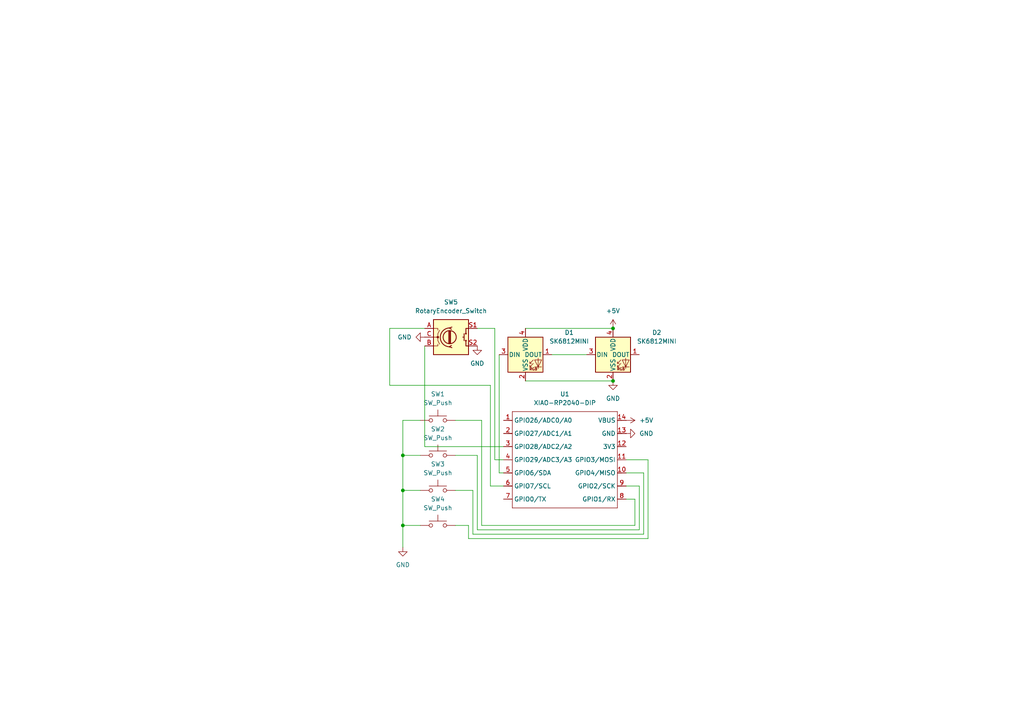
<source format=kicad_sch>
(kicad_sch (version 20250114) (generator "eeschema") (generator_version "9.0")
  (paper "A4")
  (lib_symbols
    (symbol "Device:RotaryEncoder_Switch" (pin_names (offset 0.254) (hide yes))
      (property "Reference" "SW" (at 0 6.604 0))
      (property "Value" "RotaryEncoder_Switch" (at 0 -6.604 0))
      (symbol "RotaryEncoder_Switch_0_1"
        (rectangle (start -5.08 5.08) (end 5.08 -5.08) (stroke (width 0.254)) (fill (type background)))
        (polyline (pts (xy -5.08 2.54) (xy -3.81 2.54) (xy -3.81 2.032)))
        (polyline (pts (xy -5.08 0) (xy -3.81 0) (xy -3.81 -1.016) (xy -3.302 -2.032)))
        (polyline (pts (xy -5.08 -2.54) (xy -3.81 -2.54) (xy -3.81 -2.032)))
        (polyline (pts (xy -4.318 0) (xy -3.81 0) (xy -3.81 1.016) (xy -3.302 2.032)))
        (circle (center -3.81 0) (radius 0.254) (fill (type outline)))
        (polyline (pts (xy -0.635 -1.778) (xy -0.635 1.778)) (stroke (width 0.254)))
        (circle (center -0.381 0) (radius 1.905) (stroke (width 0.254)))
        (polyline (pts (xy -0.381 -1.778) (xy -0.381 1.778)) (stroke (width 0.254)))
        (arc (start -0.381 -2.794) (mid -3.0988 -0.0635) (end -0.381 2.667) (stroke (width 0.254)))
        (polyline (pts (xy -0.127 1.778) (xy -0.127 -1.778)) (stroke (width 0.254)))
        (polyline (pts (xy 0.254 2.921) (xy -0.508 2.667) (xy 0.127 2.286)) (stroke (width 0.254)))
        (polyline (pts (xy 0.254 -3.048) (xy -0.508 -2.794) (xy 0.127 -2.413)) (stroke (width 0.254)))
        (polyline (pts (xy 3.81 1.016) (xy 3.81 -1.016)) (stroke (width 0.254)))
        (polyline (pts (xy 3.81 0) (xy 3.429 0)) (stroke (width 0.254)))
        (circle (center 4.318 1.016) (radius 0.127) (stroke (width 0.254)))
        (circle (center 4.318 -1.016) (radius 0.127) (stroke (width 0.254)))
        (polyline (pts (xy 5.08 2.54) (xy 4.318 2.54) (xy 4.318 1.016)) (stroke (width 0.254)))
        (polyline (pts (xy 5.08 -2.54) (xy 4.318 -2.54) (xy 4.318 -1.016)) (stroke (width 0.254)))
      )
      (symbol "RotaryEncoder_Switch_1_1"
        (pin passive line (at -7.62 2.54 0) (length 2.54) (name "A") (number "A"))
        (pin passive line (at -7.62 0 0) (length 2.54) (name "C") (number "C"))
        (pin passive line (at -7.62 -2.54 0) (length 2.54) (name "B") (number "B"))
        (pin passive line (at 7.62 2.54 180) (length 2.54) (name "S1") (number "S1"))
        (pin passive line (at 7.62 -2.54 180) (length 2.54) (name "S2") (number "S2"))
      )
    )
    (symbol "LED:SK6812MINI" (pin_names (offset 0.254))
      (property "Reference" "D" (at 5.08 5.715 0))
      (property "Value" "SK6812MINI" (at 1.27 -5.715 0))
      (symbol "SK6812MINI_0_0"
        (text "RGB" (at 2.286 -4.191 0) (effects (font (size 0.762 0.762))))
      )
      (symbol "SK6812MINI_0_1"
        (polyline (pts (xy 1.27 -2.54) (xy 1.778 -2.54)))
        (polyline (pts (xy 1.27 -3.556) (xy 1.778 -3.556)))
        (polyline (pts (xy 2.286 -1.524) (xy 1.27 -2.54) (xy 1.27 -2.032)))
        (polyline (pts (xy 2.286 -2.54) (xy 1.27 -3.556) (xy 1.27 -3.048)))
        (polyline (pts (xy 3.683 -1.016) (xy 3.683 -3.556) (xy 3.683 -4.064)))
        (polyline (pts (xy 4.699 -1.524) (xy 2.667 -1.524) (xy 3.683 -3.556) (xy 4.699 -1.524)))
        (polyline (pts (xy 4.699 -3.556) (xy 2.667 -3.556)))
        (rectangle (start 5.08 5.08) (end -5.08 -5.08) (stroke (width 0.254)) (fill (type background)))
      )
      (symbol "SK6812MINI_1_1"
        (pin input line (at -7.62 0 0) (length 2.54) (name "DIN") (number "3"))
        (pin power_in line (at 0 7.62 270) (length 2.54) (name "VDD") (number "4"))
        (pin power_in line (at 0 -7.62 90) (length 2.54) (name "VSS") (number "2"))
        (pin output line (at 7.62 0 180) (length 2.54) (name "DOUT") (number "1"))
      )
    )
    (symbol "Seeed_Studio_XIAO_Series:XIAO-RP2040-DIP"
      (property "Reference" "U" (at 0 0 0))
      (property "Value" "XIAO-RP2040-DIP" (at 5.334 -1.778 0))
      (symbol "XIAO-RP2040-DIP_1_0"
        (polyline (pts (xy -1.27 -2.54) (xy 29.21 -2.54)) (stroke (width 0.1524)))
        (polyline (pts (xy -1.27 -5.08) (xy -2.54 -5.08)) (stroke (width 0.1524)))
        (polyline (pts (xy -1.27 -5.08) (xy -1.27 -2.54)) (stroke (width 0.1524)))
        (polyline (pts (xy -1.27 -8.89) (xy -2.54 -8.89)) (stroke (width 0.1524)))
        (polyline (pts (xy -1.27 -8.89) (xy -1.27 -5.08)) (stroke (width 0.1524)))
        (polyline (pts (xy -1.27 -12.7) (xy -2.54 -12.7)) (stroke (width 0.1524)))
        (polyline (pts (xy -1.27 -12.7) (xy -1.27 -8.89)) (stroke (width 0.1524)))
        (polyline (pts (xy -1.27 -16.51) (xy -2.54 -16.51)) (stroke (width 0.1524)))
        (polyline (pts (xy -1.27 -16.51) (xy -1.27 -12.7)) (stroke (width 0.1524)))
        (polyline (pts (xy -1.27 -20.32) (xy -2.54 -20.32)) (stroke (width 0.1524)))
        (polyline (pts (xy -1.27 -24.13) (xy -2.54 -24.13)) (stroke (width 0.1524)))
        (polyline (pts (xy -1.27 -27.94) (xy -2.54 -27.94)) (stroke (width 0.1524)))
        (polyline (pts (xy -1.27 -30.48) (xy -1.27 -16.51)) (stroke (width 0.1524)))
        (polyline (pts (xy 29.21 -2.54) (xy 29.21 -5.08)) (stroke (width 0.1524)))
        (polyline (pts (xy 29.21 -5.08) (xy 29.21 -8.89)) (stroke (width 0.1524)))
        (polyline (pts (xy 29.21 -8.89) (xy 29.21 -12.7)) (stroke (width 0.1524)))
        (polyline (pts (xy 29.21 -12.7) (xy 29.21 -30.48)) (stroke (width 0.1524)))
        (polyline (pts (xy 29.21 -30.48) (xy -1.27 -30.48)) (stroke (width 0.1524)))
        (polyline (pts (xy 30.48 -5.08) (xy 29.21 -5.08)) (stroke (width 0.1524)))
        (polyline (pts (xy 30.48 -8.89) (xy 29.21 -8.89)) (stroke (width 0.1524)))
        (polyline (pts (xy 30.48 -12.7) (xy 29.21 -12.7)) (stroke (width 0.1524)))
        (polyline (pts (xy 30.48 -16.51) (xy 29.21 -16.51)) (stroke (width 0.1524)))
        (polyline (pts (xy 30.48 -20.32) (xy 29.21 -20.32)) (stroke (width 0.1524)))
        (polyline (pts (xy 30.48 -24.13) (xy 29.21 -24.13)) (stroke (width 0.1524)))
        (polyline (pts (xy 30.48 -27.94) (xy 29.21 -27.94)) (stroke (width 0.1524)))
        (pin passive line (at -3.81 -5.08 0) (length 2.54) (name "GPIO26/ADC0/A0") (number "1"))
        (pin passive line (at -3.81 -8.89 0) (length 2.54) (name "GPIO27/ADC1/A1") (number "2"))
        (pin passive line (at -3.81 -12.7 0) (length 2.54) (name "GPIO28/ADC2/A2") (number "3"))
        (pin passive line (at -3.81 -16.51 0) (length 2.54) (name "GPIO29/ADC3/A3") (number "4"))
        (pin passive line (at -3.81 -20.32 0) (length 2.54) (name "GPIO6/SDA") (number "5"))
        (pin passive line (at -3.81 -24.13 0) (length 2.54) (name "GPIO7/SCL") (number "6"))
        (pin passive line (at -3.81 -27.94 0) (length 2.54) (name "GPIO0/TX") (number "7"))
        (pin passive line (at 31.75 -5.08 180) (length 2.54) (name "VBUS") (number "14"))
        (pin passive line (at 31.75 -8.89 180) (length 2.54) (name "GND") (number "13"))
        (pin passive line (at 31.75 -12.7 180) (length 2.54) (name "3V3") (number "12"))
        (pin passive line (at 31.75 -16.51 180) (length 2.54) (name "GPIO3/MOSI") (number "11"))
        (pin passive line (at 31.75 -20.32 180) (length 2.54) (name "GPIO4/MISO") (number "10"))
        (pin passive line (at 31.75 -24.13 180) (length 2.54) (name "GPIO2/SCK") (number "9"))
        (pin passive line (at 31.75 -27.94 180) (length 2.54) (name "GPIO1/RX") (number "8"))
      )
    )
    (symbol "Switch:SW_Push" (pin_numbers (hide yes)) (pin_names (offset 1.016) (hide yes))
      (property "Reference" "SW" (at 1.27 2.54 0))
      (property "Value" "SW_Push" (at 0 -1.524 0))
      (symbol "SW_Push_0_1"
        (circle (center -2.032 0) (radius 0.508))
        (polyline (pts (xy 0 1.27) (xy 0 3.048)))
        (circle (center 2.032 0) (radius 0.508))
        (polyline (pts (xy 2.54 1.27) (xy -2.54 1.27)))
        (pin passive line (at -5.08 0 0) (length 2.54) (name "1") (number "1"))
        (pin passive line (at 5.08 0 180) (length 2.54) (name "2") (number "2"))
      )
    )
    (symbol "power:+5V" (power) (pin_numbers (hide yes)) (pin_names (offset 0) (hide yes))
      (property "Value" "+5V" (at 0 3.556 0))
      (symbol "+5V_0_1"
        (polyline (pts (xy -0.762 1.27) (xy 0 2.54)))
        (polyline (pts (xy 0 2.54) (xy 0.762 1.27)))
        (polyline (pts (xy 0 0) (xy 0 2.54)))
      )
      (symbol "+5V_1_1"
        (pin power_in line (at 0 0 90) (length 0) (name "~") (number "1"))
      )
    )
    (symbol "power:GND" (power) (pin_numbers (hide yes)) (pin_names (offset 0) (hide yes))
      (property "Value" "GND" (at 0 -3.81 0))
      (symbol "GND_0_1"
        (polyline (pts (xy 0 0) (xy 0 -1.27) (xy 1.27 -1.27) (xy 0 -2.54) (xy -1.27 -1.27) (xy 0 -1.27)))
      )
      (symbol "GND_1_1"
        (pin power_in line (at 0 0 270) (length 0) (name "~") (number "1"))
      )
    )
  )
  (junction (at 116.84 142.24))
  (junction (at 116.84 132.08))
  (junction (at 177.8 110.49))
  (junction (at 177.8 95.25))
  (junction (at 116.84 152.4))
  (wire (pts (xy 135.89 152.4) (xy 135.89 156.21)))
  (wire (pts (xy 184.15 152.4) (xy 184.15 144.78)))
  (wire (pts (xy 123.19 100.33) (xy 123.19 129.54)))
  (wire (pts (xy 160.02 102.87) (xy 170.18 102.87)))
  (wire (pts (xy 138.43 153.67) (xy 185.42 153.67)))
  (wire (pts (xy 142.24 111.76) (xy 142.24 140.97)))
  (wire (pts (xy 185.42 153.67) (xy 185.42 140.97)))
  (wire (pts (xy 144.78 102.87) (xy 144.78 137.16)))
  (wire (pts (xy 186.69 154.94) (xy 186.69 137.16)))
  (wire (pts (xy 187.96 156.21) (xy 187.96 133.35)))
  (wire (pts (xy 139.7 152.4) (xy 184.15 152.4)))
  (wire (pts (xy 113.03 95.25) (xy 113.03 111.76)))
  (wire (pts (xy 137.16 154.94) (xy 186.69 154.94)))
  (wire (pts (xy 113.03 111.76) (xy 142.24 111.76)))
  (wire (pts (xy 138.43 95.25) (xy 143.51 95.25)))
  (wire (pts (xy 144.78 137.16) (xy 146.05 137.16)))
  (wire (pts (xy 132.08 121.92) (xy 139.7 121.92)))
  (wire (pts (xy 185.42 140.97) (xy 181.61 140.97)))
  (wire (pts (xy 137.16 142.24) (xy 137.16 154.94)))
  (wire (pts (xy 181.61 137.16) (xy 186.69 137.16)))
  (wire (pts (xy 132.08 152.4) (xy 135.89 152.4)))
  (wire (pts (xy 116.84 132.08) (xy 121.92 132.08)))
  (wire (pts (xy 152.4 110.49) (xy 177.8 110.49)))
  (wire (pts (xy 132.08 132.08) (xy 138.43 132.08)))
  (wire (pts (xy 116.84 152.4) (xy 121.92 152.4)))
  (wire (pts (xy 143.51 133.35) (xy 146.05 133.35)))
  (wire (pts (xy 139.7 121.92) (xy 139.7 152.4)))
  (wire (pts (xy 143.51 95.25) (xy 143.51 133.35)))
  (wire (pts (xy 121.92 121.92) (xy 116.84 121.92)))
  (wire (pts (xy 138.43 132.08) (xy 138.43 153.67)))
  (wire (pts (xy 116.84 121.92) (xy 116.84 132.08)))
  (wire (pts (xy 123.19 129.54) (xy 146.05 129.54)))
  (wire (pts (xy 123.19 95.25) (xy 113.03 95.25)))
  (wire (pts (xy 135.89 156.21) (xy 187.96 156.21)))
  (wire (pts (xy 132.08 142.24) (xy 137.16 142.24)))
  (wire (pts (xy 116.84 152.4) (xy 116.84 158.75)))
  (wire (pts (xy 184.15 144.78) (xy 181.61 144.78)))
  (wire (pts (xy 116.84 142.24) (xy 116.84 152.4)))
  (wire (pts (xy 142.24 140.97) (xy 146.05 140.97)))
  (wire (pts (xy 187.96 133.35) (xy 181.61 133.35)))
  (wire (pts (xy 152.4 95.25) (xy 177.8 95.25)))
  (wire (pts (xy 116.84 132.08) (xy 116.84 142.24)))
  (wire (pts (xy 116.84 142.24) (xy 121.92 142.24)))
  (symbol (lib_id "Switch:SW_Push") (at 127 142.24 0) (unit 1)
    (property "Reference" "SW3" (at 127 134.62 0))
    (property "Value" "SW_Push" (at 127 137.16 0))
    (property "Footprint" "Button_Switch_Keyboard:SW_Cherry_MX_1.00u_PCB" (effects (hide yes)))
    (property "Description" "Push button switch, generic, two pins" (effects (hide yes)))
  )
  (symbol (lib_id "Device:RotaryEncoder_Switch") (at 130.81 97.79 0) (unit 1)
    (property "Reference" "SW5" (at 130.81 87.63 0))
    (property "Value" "RotaryEncoder_Switch" (at 130.81 90.17 0))
    (property "Footprint" "Rotary_Encoder:RotaryEncoder_Alps_EC11E-Switch_Vertical_H20mm" (effects (hide yes)))
    (property "Description" "Rotary encoder, dual channel, incremental quadrate outputs, with switch" (effects (hide yes)))
  )
  (symbol (lib_id "LED:SK6812MINI") (at 177.8 102.87 0) (unit 1)
    (property "Reference" "D2" (at 190.5 96.4498 0))
    (property "Value" "SK6812MINI" (at 190.5 98.9898 0))
    (property "Footprint" "LED_SMD:LED_SK6812MINI_PLCC4_3.5x3.5mm_P1.75mm" (effects (hide yes)))
    (property "Datasheet" "https://cdn-shop.adafruit.com/product-files/2686/SK6812MINI_REV.01-1-2.pdf" (effects (hide yes)))
    (property "Description" "RGB LED with integrated controller" (effects (hide yes)))
  )
  (symbol (lib_id "power:+5V") (at 177.8 95.25 0) (unit 1)
    (property "Reference" "#PWR05" (effects (hide yes)))
    (property "Value" "+5V" (at 177.8 90.17 0))
    (property "Description" "Power symbol creates a global label with name \"+5V\"" (effects (hide yes)))
  )
  (symbol (lib_id "power:+5V") (at 181.61 121.92 270) (unit 1)
    (property "Reference" "#PWR03" (effects (hide yes)))
    (property "Value" "+5V" (at 185.42 121.9199 90) (effects (justify left)))
    (property "Description" "Power symbol creates a global label with name \"+5V\"" (effects (hide yes)))
  )
  (symbol (lib_id "Switch:SW_Push") (at 127 152.4 0) (unit 1)
    (property "Reference" "SW4" (at 127 144.78 0))
    (property "Value" "SW_Push" (at 127 147.32 0))
    (property "Footprint" "Button_Switch_Keyboard:SW_Cherry_MX_1.00u_PCB" (effects (hide yes)))
    (property "Description" "Push button switch, generic, two pins" (effects (hide yes)))
  )
  (symbol (lib_id "power:GND") (at 181.61 125.73 90) (unit 1)
    (property "Reference" "#PWR02" (effects (hide yes)))
    (property "Value" "GND" (at 185.42 125.7299 90) (effects (justify right)))
    (property "Description" "Power symbol creates a global label with name \"GND\" , ground" (effects (hide yes)))
  )
  (symbol (lib_id "Switch:SW_Push") (at 127 121.92 0) (unit 1)
    (property "Reference" "SW1" (at 127 114.3 0))
    (property "Value" "SW_Push" (at 127 116.84 0))
    (property "Footprint" "Button_Switch_Keyboard:SW_Cherry_MX_1.00u_PCB" (effects (hide yes)))
    (property "Description" "Push button switch, generic, two pins" (effects (hide yes)))
  )
  (symbol (lib_id "LED:SK6812MINI") (at 152.4 102.87 0) (unit 1)
    (property "Reference" "D1" (at 165.1 96.4498 0))
    (property "Value" "SK6812MINI" (at 165.1 98.9898 0))
    (property "Footprint" "LED_SMD:LED_SK6812MINI_PLCC4_3.5x3.5mm_P1.75mm" (effects (hide yes)))
    (property "Datasheet" "https://cdn-shop.adafruit.com/product-files/2686/SK6812MINI_REV.01-1-2.pdf" (effects (hide yes)))
    (property "Description" "RGB LED with integrated controller" (effects (hide yes)))
  )
  (symbol (lib_id "power:GND") (at 116.84 158.75 0) (unit 1)
    (property "Reference" "#PWR01" (effects (hide yes)))
    (property "Value" "GND" (at 116.84 163.83 0))
    (property "Description" "Power symbol creates a global label with name \"GND\" , ground" (effects (hide yes)))
  )
  (symbol (lib_id "power:GND") (at 138.43 100.33 0) (unit 1)
    (property "Reference" "#PWR07" (effects (hide yes)))
    (property "Value" "GND" (at 138.43 105.41 0))
    (property "Description" "Power symbol creates a global label with name \"GND\" , ground" (effects (hide yes)))
  )
  (symbol (lib_id "power:GND") (at 177.8 110.49 0) (unit 1)
    (property "Reference" "#PWR04" (effects (hide yes)))
    (property "Value" "GND" (at 177.8 115.57 0))
    (property "Description" "Power symbol creates a global label with name \"GND\" , ground" (effects (hide yes)))
  )
  (symbol (lib_id "power:GND") (at 123.19 97.79 270) (unit 1)
    (property "Reference" "#PWR06" (effects (hide yes)))
    (property "Value" "GND" (at 119.38 97.7899 90) (effects (justify right)))
    (property "Description" "Power symbol creates a global label with name \"GND\" , ground" (effects (hide yes)))
  )
  (symbol (lib_id "Switch:SW_Push") (at 127 132.08 0) (unit 1)
    (property "Reference" "SW2" (at 127 124.46 0))
    (property "Value" "SW_Push" (at 127 127 0))
    (property "Footprint" "Button_Switch_Keyboard:SW_Cherry_MX_1.00u_PCB" (effects (hide yes)))
    (property "Description" "Push button switch, generic, two pins" (effects (hide yes)))
  )
  (symbol (lib_id "Seeed_Studio_XIAO_Series:XIAO-RP2040-DIP") (at 149.86 116.84 0) (unit 1)
    (property "Reference" "U1" (at 163.83 114.3 0))
    (property "Value" "XIAO-RP2040-DIP" (at 163.83 116.84 0))
    (property "Footprint" "Seeed Studio XIAO Series Library:XIAO-RP2040-DIP" (effects (hide yes)))
  )
)
</source>
